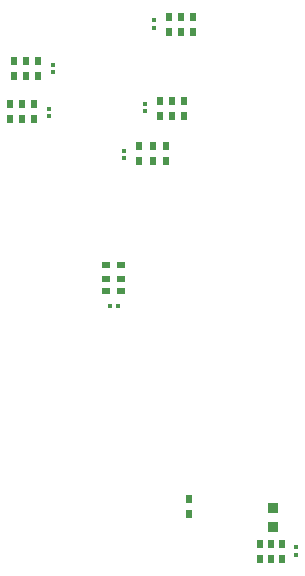
<source format=gbp>
G04 Layer_Color=128*
%FSLAX25Y25*%
%MOIN*%
G70*
G01*
G75*
%ADD29R,0.01500X0.01500*%
%ADD30R,0.03500X0.03500*%
%ADD31R,0.02500X0.02000*%
%ADD32R,0.02000X0.02500*%
%ADD33R,0.01500X0.01500*%
D29*
X387514Y220622D02*
D03*
Y218122D02*
D03*
X419361Y219872D02*
D03*
Y222372D02*
D03*
X422288Y247677D02*
D03*
Y250178D02*
D03*
X388857Y232847D02*
D03*
Y235347D02*
D03*
X412484Y206622D02*
D03*
Y204122D02*
D03*
X469605Y74500D02*
D03*
Y72000D02*
D03*
D30*
X462206Y81100D02*
D03*
Y87600D02*
D03*
D31*
X411550Y160000D02*
D03*
X406550D02*
D03*
X411550Y164000D02*
D03*
X406550D02*
D03*
X411550Y168500D02*
D03*
X406550D02*
D03*
D32*
X374484Y222122D02*
D03*
Y217122D02*
D03*
X424390Y218372D02*
D03*
Y223372D02*
D03*
X428390Y218372D02*
D03*
Y223372D02*
D03*
X432390Y218372D02*
D03*
Y223372D02*
D03*
X427317Y246178D02*
D03*
Y251178D02*
D03*
X431318Y246178D02*
D03*
Y251178D02*
D03*
X435318Y246178D02*
D03*
Y251178D02*
D03*
X375657Y236597D02*
D03*
Y231597D02*
D03*
X379657Y236597D02*
D03*
Y231597D02*
D03*
X383657Y236597D02*
D03*
Y231597D02*
D03*
X417484Y208122D02*
D03*
Y203122D02*
D03*
X421984Y208122D02*
D03*
Y203122D02*
D03*
X426526Y208114D02*
D03*
Y203114D02*
D03*
X457606Y70700D02*
D03*
Y75700D02*
D03*
X461406Y70700D02*
D03*
Y75700D02*
D03*
X465205Y70700D02*
D03*
Y75700D02*
D03*
X434121Y85706D02*
D03*
Y90706D02*
D03*
X382484Y222122D02*
D03*
Y217122D02*
D03*
X378484Y222122D02*
D03*
Y217122D02*
D03*
D33*
X410300Y155000D02*
D03*
X407800D02*
D03*
M02*

</source>
